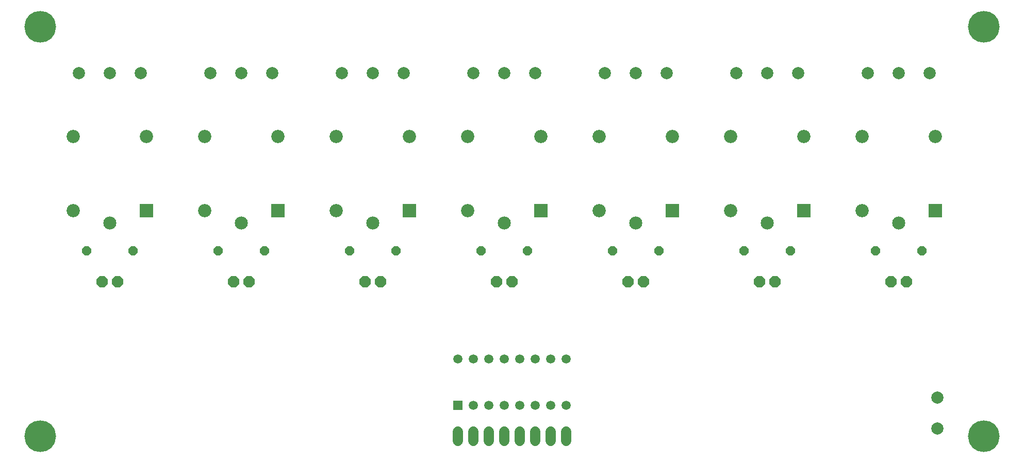
<source format=gbr>
G04 EAGLE Gerber RS-274X export*
G75*
%MOMM*%
%FSLAX34Y34*%
%LPD*%
%INSoldermask Top*%
%IPPOS*%
%AMOC8*
5,1,8,0,0,1.08239X$1,22.5*%
G01*
%ADD10C,5.203200*%
%ADD11R,1.511200X1.511200*%
%ADD12C,1.511200*%
%ADD13C,2.003200*%
%ADD14C,1.727200*%
%ADD15P,2.034460X8X22.500000*%
%ADD16P,1.649562X8X22.500000*%
%ADD17R,2.183200X2.183200*%
%ADD18C,2.138200*%
%ADD19C,2.183200*%


D10*
X1587500Y38100D03*
X1587500Y711200D03*
X38100Y711200D03*
X38100Y38100D03*
D11*
X723900Y88900D03*
D12*
X749300Y88900D03*
X774700Y88900D03*
X800100Y88900D03*
X825500Y88900D03*
X850900Y88900D03*
X876300Y88900D03*
X901700Y88900D03*
X901700Y165100D03*
X876300Y165100D03*
X850900Y165100D03*
X825500Y165100D03*
X800100Y165100D03*
X774700Y165100D03*
X749300Y165100D03*
X723900Y165100D03*
D13*
X1511300Y101600D03*
X1511300Y50800D03*
D14*
X723900Y45720D02*
X723900Y30480D01*
X749300Y30480D02*
X749300Y45720D01*
X774700Y45720D02*
X774700Y30480D01*
X800100Y30480D02*
X800100Y45720D01*
X825500Y45720D02*
X825500Y30480D01*
X850900Y30480D02*
X850900Y45720D01*
X876300Y45720D02*
X876300Y30480D01*
X901700Y30480D02*
X901700Y45720D01*
D15*
X1435100Y292100D03*
X1460500Y292100D03*
X1219200Y292100D03*
X1244600Y292100D03*
X1003300Y292100D03*
X1028700Y292100D03*
X787400Y292100D03*
X812800Y292100D03*
X571500Y292100D03*
X596900Y292100D03*
X355600Y292100D03*
X381000Y292100D03*
X139700Y292100D03*
X165100Y292100D03*
D16*
X1409700Y342900D03*
X1485900Y342900D03*
X1193800Y342900D03*
X1270000Y342900D03*
X977900Y342900D03*
X1054100Y342900D03*
X762000Y342900D03*
X838200Y342900D03*
X546100Y342900D03*
X622300Y342900D03*
X330200Y342900D03*
X406400Y342900D03*
X114300Y342900D03*
X190500Y342900D03*
D17*
X1507800Y408900D03*
D18*
X1447800Y388900D03*
D19*
X1387800Y408900D03*
X1387800Y530900D03*
X1507800Y530900D03*
D17*
X1291900Y408900D03*
D18*
X1231900Y388900D03*
D19*
X1171900Y408900D03*
X1171900Y530900D03*
X1291900Y530900D03*
D17*
X1076000Y408900D03*
D18*
X1016000Y388900D03*
D19*
X956000Y408900D03*
X956000Y530900D03*
X1076000Y530900D03*
D17*
X860100Y408900D03*
D18*
X800100Y388900D03*
D19*
X740100Y408900D03*
X740100Y530900D03*
X860100Y530900D03*
D17*
X644200Y408900D03*
D18*
X584200Y388900D03*
D19*
X524200Y408900D03*
X524200Y530900D03*
X644200Y530900D03*
D17*
X428300Y408900D03*
D18*
X368300Y388900D03*
D19*
X308300Y408900D03*
X308300Y530900D03*
X428300Y530900D03*
D17*
X212400Y408900D03*
D18*
X152400Y388900D03*
D19*
X92400Y408900D03*
X92400Y530900D03*
X212400Y530900D03*
D13*
X1397000Y635000D03*
X1447800Y635000D03*
X1498600Y635000D03*
X1181100Y635000D03*
X1231900Y635000D03*
X1282700Y635000D03*
X965200Y635000D03*
X1016000Y635000D03*
X1066800Y635000D03*
X749300Y635000D03*
X800100Y635000D03*
X850900Y635000D03*
X533400Y635000D03*
X584200Y635000D03*
X635000Y635000D03*
X317500Y635000D03*
X368300Y635000D03*
X419100Y635000D03*
X101600Y635000D03*
X152400Y635000D03*
X203200Y635000D03*
M02*

</source>
